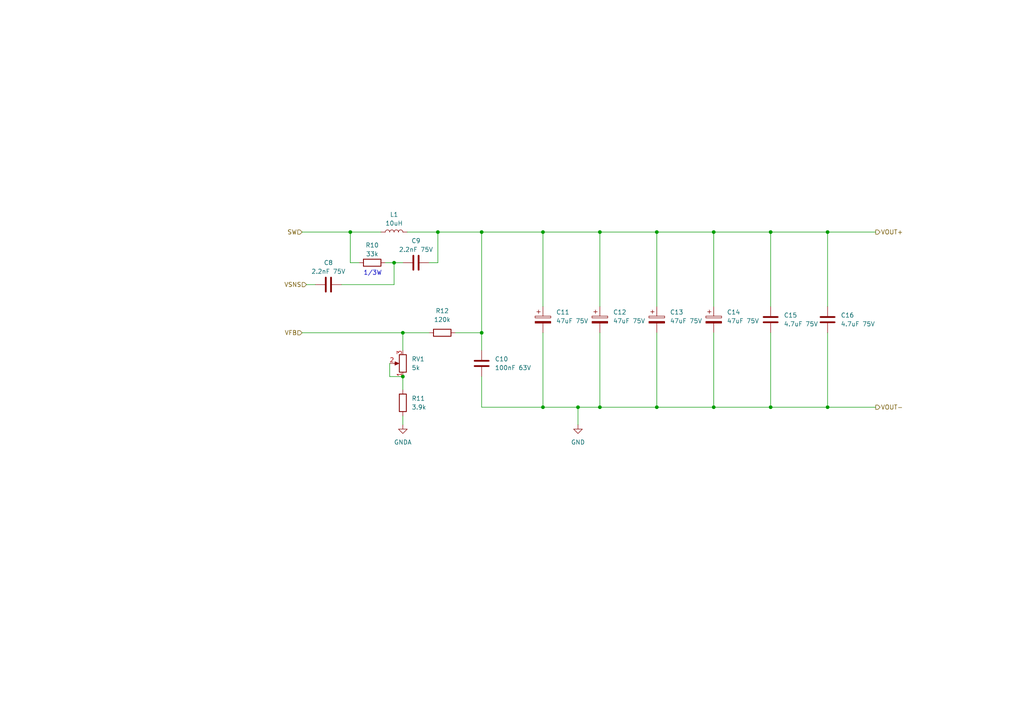
<source format=kicad_sch>
(kicad_sch (version 20211123) (generator eeschema)
  (paper "A4")
  (lib_symbols
    (symbol "Device:C" (pin_numbers hide) (pin_names (offset 0.254))
      (property "Reference" "C" (at 0.635 2.54 0))
      (property "Value" "C" (at 0.635 -2.54 0))
      (symbol "C_0_1"
        (polyline (pts (xy -2.032 -0.762) (xy 2.032 -0.762)) (stroke (width 0.508)))
        (polyline (pts (xy -2.032 0.762) (xy 2.032 0.762)) (stroke (width 0.508)))
      )
      (symbol "C_1_1"
        (pin passive line (at 0 3.81 270) (length 2.794) (name "~") (number "1"))
        (pin passive line (at 0 -3.81 90) (length 2.794) (name "~") (number "2"))
      )
    )
    (symbol "Device:C_Polarized" (pin_numbers hide) (pin_names (offset 0.254))
      (property "Reference" "C" (at 0.635 2.54 0))
      (property "Value" "C_Polarized" (at 0.635 -2.54 0))
      (symbol "C_Polarized_0_1"
        (rectangle (start -2.286 0.508) (end 2.286 1.016))
        (polyline (pts (xy -1.778 2.286) (xy -0.762 2.286)))
        (polyline (pts (xy -1.27 2.794) (xy -1.27 1.778)))
        (rectangle (start 2.286 -0.508) (end -2.286 -1.016) (fill (type outline)))
      )
      (symbol "C_Polarized_1_1"
        (pin passive line (at 0 3.81 270) (length 2.794) (name "~") (number "1"))
        (pin passive line (at 0 -3.81 90) (length 2.794) (name "~") (number "2"))
      )
    )
    (symbol "Device:L" (pin_numbers hide) (pin_names (offset 1.016) hide)
      (property "Reference" "L" (at -1.27 0 90))
      (property "Value" "L" (at 1.905 0 90))
      (symbol "L_0_1"
        (arc (start 0 -2.54) (mid 0.635 -1.905) (end 0 -1.27))
        (arc (start 0 -1.27) (mid 0.635 -0.635) (end 0 0))
        (arc (start 0 0) (mid 0.635 0.635) (end 0 1.27))
        (arc (start 0 1.27) (mid 0.635 1.905) (end 0 2.54))
      )
      (symbol "L_1_1"
        (pin passive line (at 0 3.81 270) (length 1.27) (name "1") (number "1"))
        (pin passive line (at 0 -3.81 90) (length 1.27) (name "2") (number "2"))
      )
    )
    (symbol "Device:R" (pin_numbers hide) (pin_names (offset 0))
      (property "Reference" "R" (at 2.032 0 90))
      (property "Value" "R" (at 0 0 90))
      (symbol "R_0_1"
        (rectangle (start -1.016 -2.54) (end 1.016 2.54) (stroke (width 0.254)))
      )
      (symbol "R_1_1"
        (pin passive line (at 0 3.81 270) (length 1.27) (name "~") (number "1"))
        (pin passive line (at 0 -3.81 90) (length 1.27) (name "~") (number "2"))
      )
    )
    (symbol "Device:R_Potentiometer" (pin_names (offset 1.016) hide)
      (property "Reference" "RV" (at -4.445 0 90))
      (property "Value" "R_Potentiometer" (at -2.54 0 90))
      (symbol "R_Potentiometer_0_1"
        (polyline (pts (xy 2.54 0) (xy 1.524 0)))
        (polyline (pts (xy 1.143 0) (xy 2.286 0.508) (xy 2.286 -0.508) (xy 1.143 0)) (fill (type outline)))
        (rectangle (start 1.016 2.54) (end -1.016 -2.54) (stroke (width 0.254)))
      )
      (symbol "R_Potentiometer_1_1"
        (pin passive line (at 0 3.81 270) (length 1.27) (name "1") (number "1"))
        (pin passive line (at 3.81 0 180) (length 1.27) (name "2") (number "2"))
        (pin passive line (at 0 -3.81 90) (length 1.27) (name "3") (number "3"))
      )
    )
    (symbol "power:GND" (power) (pin_names (offset 0))
      (property "Value" "GND" (at 0 -3.81 0))
      (symbol "GND_0_1"
        (polyline (pts (xy 0 0) (xy 0 -1.27) (xy 1.27 -1.27) (xy 0 -2.54) (xy -1.27 -1.27) (xy 0 -1.27)))
      )
      (symbol "GND_1_1"
        (pin power_in line (at 0 0 270) (length 0) hide (name "GND") (number "1"))
      )
    )
    (symbol "power:GNDA" (power) (pin_names (offset 0))
      (property "Value" "GNDA" (at 0 -3.81 0))
      (symbol "GNDA_0_1"
        (polyline (pts (xy 0 0) (xy 0 -1.27) (xy 1.27 -1.27) (xy 0 -2.54) (xy -1.27 -1.27) (xy 0 -1.27)))
      )
      (symbol "GNDA_1_1"
        (pin power_in line (at 0 0 270) (length 0) hide (name "GNDA") (number "1"))
      )
    )
  )
  (junction (at 116.84 96.52))
  (junction (at 167.64 118.11))
  (junction (at 127 67.31))
  (junction (at 101.6 67.31))
  (junction (at 240.03 67.31))
  (junction (at 139.7 96.52))
  (junction (at 157.48 67.31))
  (junction (at 207.01 118.11))
  (junction (at 190.5 67.31))
  (junction (at 240.03 118.11))
  (junction (at 114.3 76.2))
  (junction (at 173.99 67.31))
  (junction (at 223.52 118.11))
  (junction (at 190.5 118.11))
  (junction (at 139.7 67.31))
  (junction (at 157.48 118.11))
  (junction (at 116.84 109.22))
  (junction (at 207.01 67.31))
  (junction (at 223.52 67.31))
  (junction (at 173.99 118.11))
  (wire (pts (xy 88.9 82.55) (xy 91.44 82.55)))
  (wire (pts (xy 113.03 109.22) (xy 113.03 105.41)))
  (wire (pts (xy 240.03 96.52) (xy 240.03 118.11)))
  (wire (pts (xy 101.6 67.31) (xy 101.6 76.2)))
  (wire (pts (xy 116.84 120.65) (xy 116.84 123.19)))
  (wire (pts (xy 157.48 67.31) (xy 173.99 67.31)))
  (wire (pts (xy 116.84 109.22) (xy 116.84 113.03)))
  (wire (pts (xy 190.5 96.52) (xy 190.5 118.11)))
  (wire (pts (xy 223.52 118.11) (xy 240.03 118.11)))
  (wire (pts (xy 101.6 76.2) (xy 104.14 76.2)))
  (wire (pts (xy 116.84 96.52) (xy 116.84 101.6)))
  (wire (pts (xy 114.3 76.2) (xy 116.84 76.2)))
  (wire (pts (xy 157.48 96.52) (xy 157.48 118.11)))
  (wire (pts (xy 173.99 118.11) (xy 190.5 118.11)))
  (wire (pts (xy 207.01 96.52) (xy 207.01 118.11)))
  (wire (pts (xy 167.64 118.11) (xy 173.99 118.11)))
  (wire (pts (xy 124.46 76.2) (xy 127 76.2)))
  (wire (pts (xy 223.52 96.52) (xy 223.52 118.11)))
  (wire (pts (xy 116.84 109.22) (xy 113.03 109.22)))
  (wire (pts (xy 157.48 67.31) (xy 157.48 88.9)))
  (wire (pts (xy 139.7 67.31) (xy 139.7 96.52)))
  (wire (pts (xy 190.5 67.31) (xy 190.5 88.9)))
  (wire (pts (xy 173.99 67.31) (xy 173.99 88.9)))
  (wire (pts (xy 240.03 67.31) (xy 254 67.31)))
  (wire (pts (xy 101.6 67.31) (xy 110.49 67.31)))
  (wire (pts (xy 139.7 118.11) (xy 157.48 118.11)))
  (wire (pts (xy 190.5 67.31) (xy 207.01 67.31)))
  (wire (pts (xy 139.7 96.52) (xy 139.7 101.6)))
  (wire (pts (xy 167.64 118.11) (xy 167.64 123.19)))
  (wire (pts (xy 223.52 67.31) (xy 223.52 88.9)))
  (wire (pts (xy 240.03 67.31) (xy 240.03 88.9)))
  (wire (pts (xy 99.06 82.55) (xy 114.3 82.55)))
  (wire (pts (xy 207.01 118.11) (xy 223.52 118.11)))
  (wire (pts (xy 173.99 96.52) (xy 173.99 118.11)))
  (wire (pts (xy 127 67.31) (xy 127 76.2)))
  (wire (pts (xy 207.01 67.31) (xy 223.52 67.31)))
  (wire (pts (xy 114.3 82.55) (xy 114.3 76.2)))
  (wire (pts (xy 207.01 67.31) (xy 207.01 88.9)))
  (wire (pts (xy 87.63 67.31) (xy 101.6 67.31)))
  (wire (pts (xy 116.84 96.52) (xy 124.46 96.52)))
  (wire (pts (xy 173.99 67.31) (xy 190.5 67.31)))
  (wire (pts (xy 223.52 67.31) (xy 240.03 67.31)))
  (wire (pts (xy 111.76 76.2) (xy 114.3 76.2)))
  (wire (pts (xy 87.63 96.52) (xy 116.84 96.52)))
  (wire (pts (xy 139.7 109.22) (xy 139.7 118.11)))
  (wire (pts (xy 127 67.31) (xy 139.7 67.31)))
  (wire (pts (xy 190.5 118.11) (xy 207.01 118.11)))
  (wire (pts (xy 139.7 67.31) (xy 157.48 67.31)))
  (wire (pts (xy 157.48 118.11) (xy 167.64 118.11)))
  (wire (pts (xy 132.08 96.52) (xy 139.7 96.52)))
  (wire (pts (xy 240.03 118.11) (xy 254 118.11)))
  (wire (pts (xy 118.11 67.31) (xy 127 67.31)))
  (text "1/3W" (at 105.41 80.01 0) (effects (font (size 1.27 1.27)) (justify left bottom)))
  (hierarchical_label "SW" (shape input) (at 87.63 67.31 180))
  (hierarchical_label "VOUT+" (shape output) (at 254 67.31 0))
  (hierarchical_label "VSNS" (shape input) (at 88.9 82.55 180))
  (hierarchical_label "VFB" (shape input) (at 87.63 96.52 180))
  (hierarchical_label "VOUT-" (shape output) (at 254 118.11 0))
  (symbol (lib_id "Device:C_Polarized") (at 190.5 92.71 0) (unit 1)
    (property "Reference" "C13" (at 194.31 90.5509 0) (effects (justify left)))
    (property "Value" "47uF 75V" (at 194.31 93.0909 0) (effects (justify left)))
    (property "Footprint" "Capacitor_THT:CP_Radial_D8.0mm_P3.50mm" (effects hide))
    (property "LCSC" "C46895" (effects hide))
  )
  (symbol (lib_id "Device:C_Polarized") (at 173.99 92.71 0) (unit 1)
    (property "Reference" "C12" (at 177.8 90.5509 0) (effects (justify left)))
    (property "Value" "47uF 75V" (at 177.8 93.0909 0) (effects (justify left)))
    (property "Footprint" "Capacitor_THT:CP_Radial_D8.0mm_P3.50mm" (effects hide))
    (property "LCSC" "C46895" (effects hide))
  )
  (symbol (lib_id "Device:R") (at 116.84 116.84 180) (unit 1)
    (property "Reference" "R11" (at 119.38 115.5699 0) (effects (justify right)))
    (property "Value" "3.9k" (at 119.38 118.1099 0) (effects (justify right)))
    (property "Footprint" "Resistor_SMD:R_0603_1608Metric" (effects hide))
    (property "LCSC" "C23018" (effects hide))
  )
  (symbol (lib_id "Device:C") (at 95.25 82.55 90) (unit 1)
    (property "Reference" "C8" (at 95.25 76.2 90))
    (property "Value" "2.2nF 75V" (at 95.25 78.74 90))
    (property "Footprint" "Capacitor_SMD:C_0603_1608Metric" (effects hide))
    (property "LCSC" "C5186704" (effects hide))
  )
  (symbol (lib_id "Device:R") (at 128.27 96.52 90) (unit 1)
    (property "Reference" "R12" (at 128.27 90.17 90))
    (property "Value" "120k" (at 128.27 92.71 90))
    (property "Footprint" "Resistor_SMD:R_0603_1608Metric" (effects hide))
    (property "LCSC" "C25808" (effects hide))
  )
  (symbol (lib_id "power:GNDA") (at 116.84 123.19 0) (unit 1)
    (property "Reference" "#PWR014" (effects hide))
    (property "Value" "GNDA" (at 116.84 128.27 0))
  )
  (symbol (lib_id "power:GND") (at 167.64 123.19 0) (unit 1)
    (property "Reference" "#PWR015" (effects hide))
    (property "Value" "GND" (at 167.64 128.27 0))
  )
  (symbol (lib_id "Device:C") (at 139.7 105.41 0) (unit 1)
    (property "Reference" "C10" (at 143.51 104.1399 0) (effects (justify left)))
    (property "Value" "100nF 63V" (at 143.51 106.6799 0) (effects (justify left)))
    (property "Footprint" "Capacitor_SMD:C_0603_1608Metric" (effects hide))
    (property "LCSC" "C696916" (effects hide))
  )
  (symbol (lib_id "Device:R_Potentiometer") (at 116.84 105.41 180) (unit 1)
    (property "Reference" "RV1" (at 119.38 104.14 0) (effects (justify right)))
    (property "Value" "5k" (at 119.38 106.68 0) (effects (justify right)))
    (property "Footprint" "Potentiometer_SMD:Potentiometer_Bourns_TC33X_Vertical" (effects hide))
    (property "LCSC" "C719177" (effects hide))
  )
  (symbol (lib_id "Device:R") (at 107.95 76.2 90) (unit 1)
    (property "Reference" "R10" (at 107.95 71.12 90))
    (property "Value" "33k" (at 107.95 73.66 90))
    (property "Footprint" "Resistor_SMD:R_1210_3225Metric" (effects hide))
    (property "LCSC" "C2933818" (effects hide))
  )
  (symbol (lib_id "Device:C_Polarized") (at 157.48 92.71 0) (unit 1)
    (property "Reference" "C11" (at 161.29 90.5509 0) (effects (justify left)))
    (property "Value" "47uF 75V" (at 161.29 93.0909 0) (effects (justify left)))
    (property "Footprint" "Capacitor_THT:CP_Radial_D8.0mm_P3.50mm" (effects hide))
    (property "LCSC" "C46895" (effects hide))
  )
  (symbol (lib_id "Device:C") (at 223.52 92.71 0) (unit 1)
    (property "Reference" "C15" (at 227.33 91.4399 0) (effects (justify left)))
    (property "Value" "4.7uF 75V" (at 227.33 93.9799 0) (effects (justify left)))
    (property "Footprint" "Capacitor_SMD:C_1210_3225Metric" (effects hide))
    (property "LCSC" "C2979983" (effects hide))
  )
  (symbol (lib_id "Device:C") (at 240.03 92.71 0) (unit 1)
    (property "Reference" "C16" (at 243.84 91.4399 0) (effects (justify left)))
    (property "Value" "4.7uF 75V" (at 243.84 93.9799 0) (effects (justify left)))
    (property "Footprint" "Capacitor_SMD:C_1210_3225Metric" (effects hide))
    (property "LCSC" "C2979983" (effects hide))
  )
  (symbol (lib_id "Device:C_Polarized") (at 207.01 92.71 0) (unit 1)
    (property "Reference" "C14" (at 210.82 90.5509 0) (effects (justify left)))
    (property "Value" "47uF 75V" (at 210.82 93.0909 0) (effects (justify left)))
    (property "Footprint" "Capacitor_THT:CP_Radial_D8.0mm_P3.50mm" (effects hide))
    (property "LCSC" "C46895" (effects hide))
  )
  (symbol (lib_id "Device:L") (at 114.3 67.31 90) (unit 1)
    (property "Reference" "L1" (at 114.3 62.23 90))
    (property "Value" "10uH" (at 114.3 64.77 90))
    (property "Footprint" "Inductor_THT:L_Radial_D12.0mm_P5.00mm_Neosid_SD12_style2" (effects hide))
    (property "LCSC" "C3011538" (effects hide))
  )
  (symbol (lib_id "Device:C") (at 120.65 76.2 270) (unit 1)
    (property "Reference" "C9" (at 120.65 69.85 90))
    (property "Value" "2.2nF 75V" (at 120.65 72.39 90))
    (property "Footprint" "Capacitor_SMD:C_0603_1608Metric" (effects hide))
    (property "LCSC" "C5186704" (effects hide))
  )
)
</source>
